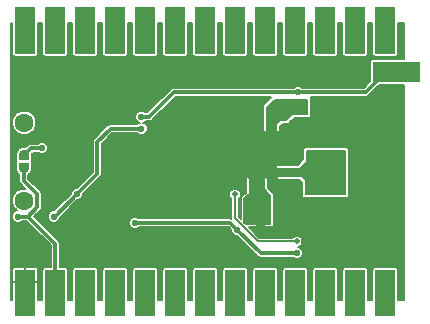
<source format=gbl>
G04 #@! TF.FileFunction,Copper,L2,Bot,Signal*
%FSLAX46Y46*%
G04 Gerber Fmt 4.6, Leading zero omitted, Abs format (unit mm)*
G04 Created by KiCad (PCBNEW 4.0.1-3.201512221401+6198~38~ubuntu15.10.1-stable) date Mon Jan 18 21:51:54 2016*
%MOMM*%
G01*
G04 APERTURE LIST*
%ADD10C,0.100000*%
%ADD11C,1.600000*%
%ADD12R,2.032000X1.727200*%
%ADD13C,0.900000*%
%ADD14R,0.900000X0.400000*%
%ADD15R,1.727200X2.032000*%
%ADD16C,0.584200*%
%ADD17C,0.508000*%
%ADD18C,0.304800*%
%ADD19C,0.152400*%
G04 APERTURE END LIST*
D10*
D11*
X1447800Y15365000D03*
X1447800Y8765000D03*
D12*
X32004000Y19685000D03*
X33909000Y19685000D03*
D13*
X1397000Y11515000D03*
D14*
X1397000Y12365000D03*
X1397000Y11765000D03*
D13*
X1397000Y12615000D03*
D15*
X32004000Y0D03*
X29464000Y0D03*
X26924000Y0D03*
X24384000Y0D03*
X21844000Y0D03*
X19304000Y0D03*
X16764000Y0D03*
X14224000Y0D03*
X11684000Y0D03*
X9144000Y0D03*
X6604000Y0D03*
X4064000Y0D03*
X1524000Y0D03*
X1524000Y1905000D03*
X4064000Y1905000D03*
X6604000Y1905000D03*
X9144000Y1905000D03*
X11684000Y1905000D03*
X14224000Y1905000D03*
X16764000Y1905000D03*
X19304000Y1905000D03*
X21844000Y1905000D03*
X24384000Y1905000D03*
X26924000Y1905000D03*
X29464000Y1905000D03*
X32004000Y1905000D03*
X1524000Y24130000D03*
X4064000Y24130000D03*
X6604000Y24130000D03*
X9144000Y24130000D03*
X11684000Y24130000D03*
X14224000Y24130000D03*
X16764000Y24130000D03*
X19304000Y24130000D03*
X21844000Y24130000D03*
X24384000Y24130000D03*
X26924000Y24130000D03*
X29464000Y24130000D03*
X32004000Y24130000D03*
X32004000Y22225000D03*
X29464000Y22225000D03*
X26924000Y22225000D03*
X24384000Y22225000D03*
X21844000Y22225000D03*
X19304000Y22225000D03*
X16764000Y22225000D03*
X14224000Y22225000D03*
X11684000Y22225000D03*
X9144000Y22225000D03*
X6604000Y22225000D03*
X4064000Y22225000D03*
X1524000Y22225000D03*
D16*
X14668500Y3835400D03*
X27118000Y4767000D03*
X24511000Y7167500D03*
X25844500Y11239500D03*
X26479500Y11239500D03*
X27114500Y11239500D03*
X22672000Y16510000D03*
X21717000Y11811000D03*
X21717000Y13536000D03*
X19992000Y13536000D03*
X19992000Y11811000D03*
D17*
X24511000Y5326000D03*
X19280244Y9294756D03*
D16*
X19494500Y6286500D03*
X24511000Y4326000D03*
X10795000Y6880860D03*
X11366500Y15867000D03*
X24638000Y17970500D03*
X3937000Y7421500D03*
X11366500Y14867000D03*
X5921500Y9334500D03*
X2921000Y13223800D03*
X889000Y7421500D03*
D18*
X27114500Y11239500D02*
X26479500Y11239500D01*
X1524000Y0D02*
X1524000Y1905000D01*
D19*
X19280244Y9294756D02*
X19280244Y7271394D01*
X19280244Y7271394D02*
X21225638Y5326000D01*
X21225638Y5326000D02*
X24008600Y5326000D01*
X24008600Y5326000D02*
X24511000Y5326000D01*
X11684000Y1905000D02*
X11684000Y0D01*
X16764000Y1905000D02*
X16764000Y0D01*
X19304000Y0D02*
X19304000Y1905000D01*
X19304000Y2057400D02*
X19304000Y1905000D01*
D18*
X24511000Y4326000D02*
X21455000Y4326000D01*
X21455000Y4326000D02*
X19494500Y6286500D01*
X10795000Y6880860D02*
X18900140Y6880860D01*
X18900140Y6880860D02*
X19494500Y6286500D01*
X6604000Y1905000D02*
X6604000Y0D01*
X11366500Y15867000D02*
X12021300Y15867000D01*
X12021300Y15867000D02*
X14124800Y17970500D01*
X14124800Y17970500D02*
X24224909Y17970500D01*
X24224909Y17970500D02*
X24638000Y17970500D01*
X32004000Y19685000D02*
X33909000Y19685000D01*
X24638000Y17970500D02*
X30353000Y17970500D01*
X30353000Y17970500D02*
X32004000Y19621500D01*
X32004000Y19621500D02*
X32004000Y19685000D01*
X3937000Y7421500D02*
X4008500Y7421500D01*
X4008500Y7421500D02*
X5921500Y9334500D01*
X7620000Y13741400D02*
X8745600Y14867000D01*
X8745600Y14867000D02*
X11366500Y14867000D01*
X7620000Y11033000D02*
X7620000Y13741400D01*
X5921500Y9334500D02*
X7620000Y11033000D01*
X2921000Y13223800D02*
X2005800Y13223800D01*
X2005800Y13223800D02*
X1397000Y12615000D01*
X1778000Y7429500D02*
X4064000Y5143500D01*
X4064000Y5143500D02*
X4064000Y4296500D01*
X1747406Y7429500D02*
X1778000Y7429500D01*
X4064000Y1905000D02*
X4064000Y4296500D01*
X939000Y7421500D02*
X889000Y7421500D01*
X1747406Y7429500D02*
X897000Y7429500D01*
X897000Y7429500D02*
X889000Y7421500D01*
X1397000Y11515000D02*
X1397000Y10450906D01*
X1397000Y10450906D02*
X2552601Y9295305D01*
X2552601Y9295305D02*
X2552601Y8234695D01*
X2552601Y8234695D02*
X1747406Y7429500D01*
X4064000Y0D02*
X4064000Y1905000D01*
D19*
X21844000Y0D02*
X21844000Y1905000D01*
X24384000Y0D02*
X24384000Y1905000D01*
X26924000Y0D02*
X26924000Y1905000D01*
X29464000Y0D02*
X29464000Y1905000D01*
X32004000Y0D02*
X32004000Y1905000D01*
X32004000Y22225000D02*
X32004000Y24130000D01*
X14224000Y0D02*
X14224000Y1905000D01*
X14224000Y2057400D02*
X14224000Y1905000D01*
X29464000Y22225000D02*
X29464000Y24130000D01*
X26924000Y22225000D02*
X26924000Y24130000D01*
X24384000Y22225000D02*
X24384000Y24130000D01*
X21844000Y22225000D02*
X21844000Y24130000D01*
X19304000Y22225000D02*
X19304000Y24130000D01*
X16764000Y22225000D02*
X16764000Y24130000D01*
X14224000Y22225000D02*
X14224000Y24130000D01*
X11684000Y22225000D02*
X11684000Y24130000D01*
X9144000Y22225000D02*
X9144000Y24130000D01*
X6604000Y22225000D02*
X6604000Y24130000D01*
X4064000Y22225000D02*
X4064000Y24130000D01*
X1524000Y22225000D02*
X1524000Y24130000D01*
X9144000Y1905000D02*
X9144000Y0D01*
X9144000Y1905000D02*
X9144000Y2057400D01*
G36*
X427322Y21209000D02*
X443262Y21124286D01*
X493328Y21046482D01*
X569720Y20994285D01*
X660400Y20975922D01*
X2387600Y20975922D01*
X2472314Y20991862D01*
X2550118Y21041928D01*
X2602315Y21118320D01*
X2620678Y21209000D01*
X2620678Y23799800D01*
X2967322Y23799800D01*
X2967322Y21209000D01*
X2983262Y21124286D01*
X3033328Y21046482D01*
X3109720Y20994285D01*
X3200400Y20975922D01*
X4927600Y20975922D01*
X5012314Y20991862D01*
X5090118Y21041928D01*
X5142315Y21118320D01*
X5160678Y21209000D01*
X5160678Y23799800D01*
X5507322Y23799800D01*
X5507322Y21209000D01*
X5523262Y21124286D01*
X5573328Y21046482D01*
X5649720Y20994285D01*
X5740400Y20975922D01*
X7467600Y20975922D01*
X7552314Y20991862D01*
X7630118Y21041928D01*
X7682315Y21118320D01*
X7700678Y21209000D01*
X7700678Y23799800D01*
X8047322Y23799800D01*
X8047322Y21209000D01*
X8063262Y21124286D01*
X8113328Y21046482D01*
X8189720Y20994285D01*
X8280400Y20975922D01*
X10007600Y20975922D01*
X10092314Y20991862D01*
X10170118Y21041928D01*
X10222315Y21118320D01*
X10240678Y21209000D01*
X10240678Y23799800D01*
X10587322Y23799800D01*
X10587322Y21209000D01*
X10603262Y21124286D01*
X10653328Y21046482D01*
X10729720Y20994285D01*
X10820400Y20975922D01*
X12547600Y20975922D01*
X12632314Y20991862D01*
X12710118Y21041928D01*
X12762315Y21118320D01*
X12780678Y21209000D01*
X12780678Y23799800D01*
X13127322Y23799800D01*
X13127322Y21209000D01*
X13143262Y21124286D01*
X13193328Y21046482D01*
X13269720Y20994285D01*
X13360400Y20975922D01*
X15087600Y20975922D01*
X15172314Y20991862D01*
X15250118Y21041928D01*
X15302315Y21118320D01*
X15320678Y21209000D01*
X15320678Y23799800D01*
X15667322Y23799800D01*
X15667322Y21209000D01*
X15683262Y21124286D01*
X15733328Y21046482D01*
X15809720Y20994285D01*
X15900400Y20975922D01*
X17627600Y20975922D01*
X17712314Y20991862D01*
X17790118Y21041928D01*
X17842315Y21118320D01*
X17860678Y21209000D01*
X17860678Y23799800D01*
X18207322Y23799800D01*
X18207322Y21209000D01*
X18223262Y21124286D01*
X18273328Y21046482D01*
X18349720Y20994285D01*
X18440400Y20975922D01*
X20167600Y20975922D01*
X20252314Y20991862D01*
X20330118Y21041928D01*
X20382315Y21118320D01*
X20400678Y21209000D01*
X20400678Y23799800D01*
X20747322Y23799800D01*
X20747322Y21209000D01*
X20763262Y21124286D01*
X20813328Y21046482D01*
X20889720Y20994285D01*
X20980400Y20975922D01*
X22707600Y20975922D01*
X22792314Y20991862D01*
X22870118Y21041928D01*
X22922315Y21118320D01*
X22940678Y21209000D01*
X22940678Y23799800D01*
X23287322Y23799800D01*
X23287322Y21209000D01*
X23303262Y21124286D01*
X23353328Y21046482D01*
X23429720Y20994285D01*
X23520400Y20975922D01*
X25247600Y20975922D01*
X25332314Y20991862D01*
X25410118Y21041928D01*
X25462315Y21118320D01*
X25480678Y21209000D01*
X25480678Y23799800D01*
X25827322Y23799800D01*
X25827322Y21209000D01*
X25843262Y21124286D01*
X25893328Y21046482D01*
X25969720Y20994285D01*
X26060400Y20975922D01*
X27787600Y20975922D01*
X27872314Y20991862D01*
X27950118Y21041928D01*
X28002315Y21118320D01*
X28020678Y21209000D01*
X28020678Y23799800D01*
X28367322Y23799800D01*
X28367322Y21209000D01*
X28383262Y21124286D01*
X28433328Y21046482D01*
X28509720Y20994285D01*
X28600400Y20975922D01*
X30327600Y20975922D01*
X30412314Y20991862D01*
X30490118Y21041928D01*
X30542315Y21118320D01*
X30560678Y21209000D01*
X30560678Y23799800D01*
X30907322Y23799800D01*
X30907322Y21209000D01*
X30923262Y21124286D01*
X30973328Y21046482D01*
X31049720Y20994285D01*
X31140400Y20975922D01*
X32867600Y20975922D01*
X32952314Y20991862D01*
X33030118Y21041928D01*
X33082315Y21118320D01*
X33100678Y21209000D01*
X33100678Y23799800D01*
X33573433Y23799800D01*
X33573433Y20781678D01*
X30988000Y20781678D01*
X30903286Y20765738D01*
X30825482Y20715672D01*
X30773285Y20639280D01*
X30754922Y20548600D01*
X30754922Y18911238D01*
X30195184Y18351500D01*
X24993403Y18351500D01*
X24933338Y18411670D01*
X24742028Y18491109D01*
X24534881Y18491290D01*
X24343433Y18412185D01*
X24282642Y18351500D01*
X14124800Y18351500D01*
X13978997Y18322498D01*
X13855392Y18239908D01*
X11863484Y16248000D01*
X11721903Y16248000D01*
X11661838Y16308170D01*
X11470528Y16387609D01*
X11263381Y16387790D01*
X11071933Y16308685D01*
X10925330Y16162338D01*
X10845891Y15971028D01*
X10845710Y15763881D01*
X10924815Y15572433D01*
X11071162Y15425830D01*
X11212953Y15366953D01*
X11071933Y15308685D01*
X11011142Y15248000D01*
X8745605Y15248000D01*
X8745600Y15248001D01*
X8599798Y15218998D01*
X8476192Y15136408D01*
X7350592Y14010808D01*
X7268002Y13887203D01*
X7268002Y13887202D01*
X7239000Y13741400D01*
X7239000Y11190815D01*
X5903400Y9855216D01*
X5818381Y9855290D01*
X5626933Y9776185D01*
X5480330Y9629838D01*
X5400891Y9438528D01*
X5400816Y9352631D01*
X3990337Y7942153D01*
X3833881Y7942290D01*
X3642433Y7863185D01*
X3495830Y7716838D01*
X3416391Y7525528D01*
X3416210Y7318381D01*
X3495315Y7126933D01*
X3641662Y6980330D01*
X3832972Y6900891D01*
X4040119Y6900710D01*
X4231567Y6979815D01*
X4378170Y7126162D01*
X4457609Y7317472D01*
X4457622Y7331806D01*
X5939599Y8813784D01*
X6024619Y8813710D01*
X6216067Y8892815D01*
X6362670Y9039162D01*
X6442109Y9230472D01*
X6442184Y9316368D01*
X7889405Y10763590D01*
X7889408Y10763592D01*
X7971998Y10887198D01*
X7982377Y10939375D01*
X8001001Y11033000D01*
X8001000Y11033005D01*
X8001000Y11747500D01*
X22783800Y11747500D01*
X22783800Y11557000D01*
X22789011Y11529305D01*
X22805379Y11503868D01*
X22830354Y11486803D01*
X22860000Y11480800D01*
X24828500Y11480800D01*
X24857173Y11486401D01*
X24882382Y11503118D01*
X25390382Y12011118D01*
X25406697Y12035354D01*
X25412700Y12065000D01*
X25412700Y12941300D01*
X28562300Y12941300D01*
X28562300Y9347200D01*
X25285700Y9347200D01*
X25285700Y10477500D01*
X25280099Y10506173D01*
X25263382Y10531382D01*
X24945882Y10848882D01*
X24921646Y10865197D01*
X24892000Y10871200D01*
X22923500Y10871200D01*
X22895805Y10865989D01*
X22870368Y10849621D01*
X22853303Y10824646D01*
X22847300Y10795000D01*
X22847300Y10604500D01*
X22852511Y10576805D01*
X22868879Y10551368D01*
X22893854Y10534303D01*
X22923500Y10528300D01*
X24669936Y10528300D01*
X24942800Y10255436D01*
X24942800Y9080500D01*
X24948011Y9052805D01*
X24964379Y9027368D01*
X24989354Y9010303D01*
X25019000Y9004300D01*
X28829000Y9004300D01*
X28856695Y9009511D01*
X28882132Y9025879D01*
X28899197Y9050854D01*
X28905200Y9080500D01*
X28905200Y13208000D01*
X28899989Y13235695D01*
X28883621Y13261132D01*
X28858646Y13278197D01*
X28829000Y13284200D01*
X25146000Y13284200D01*
X25118305Y13278989D01*
X25092868Y13262621D01*
X25075803Y13237646D01*
X25069800Y13208000D01*
X25069800Y12287064D01*
X24606436Y11823700D01*
X22860000Y11823700D01*
X22832305Y11818489D01*
X22806868Y11802121D01*
X22789803Y11777146D01*
X22783800Y11747500D01*
X8001000Y11747500D01*
X8001000Y13583584D01*
X8903416Y14486000D01*
X11011097Y14486000D01*
X11071162Y14425830D01*
X11262472Y14346391D01*
X11469619Y14346210D01*
X11661067Y14425315D01*
X11807670Y14571662D01*
X11887109Y14762972D01*
X11887290Y14970119D01*
X11808185Y15161567D01*
X11661838Y15308170D01*
X11520047Y15367047D01*
X11661067Y15425315D01*
X11721858Y15486000D01*
X12021300Y15486000D01*
X12167103Y15515002D01*
X12290708Y15597592D01*
X14282616Y17589500D01*
X22371236Y17589500D01*
X21663118Y16881382D01*
X21646803Y16857146D01*
X21640800Y16827500D01*
X21640800Y14668500D01*
X21646011Y14640805D01*
X21662379Y14615368D01*
X21687354Y14598303D01*
X21717000Y14592300D01*
X21907500Y14592300D01*
X21935195Y14597511D01*
X21960632Y14613879D01*
X21977697Y14638854D01*
X21983700Y14668500D01*
X21983700Y16605436D01*
X22701064Y17322800D01*
X25387300Y17322800D01*
X25387300Y16141700D01*
X24130000Y16141700D01*
X24101327Y16136099D01*
X24076118Y16119382D01*
X23590436Y15633700D01*
X23114000Y15633700D01*
X23085327Y15628099D01*
X23060118Y15611382D01*
X22742618Y15293882D01*
X22726303Y15269646D01*
X22720300Y15240000D01*
X22720300Y14668500D01*
X22725511Y14640805D01*
X22741879Y14615368D01*
X22766854Y14598303D01*
X22796500Y14592300D01*
X22987000Y14592300D01*
X23014695Y14597511D01*
X23040132Y14613879D01*
X23057197Y14638854D01*
X23063200Y14668500D01*
X23063200Y15017936D01*
X23336064Y15290800D01*
X23812500Y15290800D01*
X23841173Y15296401D01*
X23866382Y15313118D01*
X24352064Y15798800D01*
X25654000Y15798800D01*
X25681695Y15804011D01*
X25707132Y15820379D01*
X25724197Y15845354D01*
X25730200Y15875000D01*
X25730200Y17589500D01*
X30353000Y17589500D01*
X30498803Y17618502D01*
X30622408Y17701092D01*
X31509637Y18588322D01*
X33573433Y18588322D01*
X33573433Y330200D01*
X33100678Y330200D01*
X33100678Y2921000D01*
X33084738Y3005714D01*
X33034672Y3083518D01*
X32958280Y3135715D01*
X32867600Y3154078D01*
X31140400Y3154078D01*
X31055686Y3138138D01*
X30977882Y3088072D01*
X30925685Y3011680D01*
X30907322Y2921000D01*
X30907322Y330200D01*
X30560678Y330200D01*
X30560678Y2921000D01*
X30544738Y3005714D01*
X30494672Y3083518D01*
X30418280Y3135715D01*
X30327600Y3154078D01*
X28600400Y3154078D01*
X28515686Y3138138D01*
X28437882Y3088072D01*
X28385685Y3011680D01*
X28367322Y2921000D01*
X28367322Y330200D01*
X28020678Y330200D01*
X28020678Y2921000D01*
X28004738Y3005714D01*
X27954672Y3083518D01*
X27878280Y3135715D01*
X27787600Y3154078D01*
X26060400Y3154078D01*
X25975686Y3138138D01*
X25897882Y3088072D01*
X25845685Y3011680D01*
X25827322Y2921000D01*
X25827322Y330200D01*
X25480678Y330200D01*
X25480678Y2921000D01*
X25464738Y3005714D01*
X25414672Y3083518D01*
X25338280Y3135715D01*
X25247600Y3154078D01*
X23520400Y3154078D01*
X23435686Y3138138D01*
X23357882Y3088072D01*
X23305685Y3011680D01*
X23287322Y2921000D01*
X23287322Y330200D01*
X22940678Y330200D01*
X22940678Y2921000D01*
X22924738Y3005714D01*
X22874672Y3083518D01*
X22798280Y3135715D01*
X22707600Y3154078D01*
X20980400Y3154078D01*
X20895686Y3138138D01*
X20817882Y3088072D01*
X20765685Y3011680D01*
X20747322Y2921000D01*
X20747322Y330200D01*
X20400678Y330200D01*
X20400678Y2921000D01*
X20384738Y3005714D01*
X20334672Y3083518D01*
X20258280Y3135715D01*
X20167600Y3154078D01*
X18440400Y3154078D01*
X18355686Y3138138D01*
X18277882Y3088072D01*
X18225685Y3011680D01*
X18207322Y2921000D01*
X18207322Y330200D01*
X17860678Y330200D01*
X17860678Y2921000D01*
X17844738Y3005714D01*
X17794672Y3083518D01*
X17718280Y3135715D01*
X17627600Y3154078D01*
X15900400Y3154078D01*
X15815686Y3138138D01*
X15737882Y3088072D01*
X15685685Y3011680D01*
X15667322Y2921000D01*
X15667322Y330200D01*
X15320678Y330200D01*
X15320678Y2921000D01*
X15304738Y3005714D01*
X15254672Y3083518D01*
X15178280Y3135715D01*
X15087600Y3154078D01*
X13360400Y3154078D01*
X13275686Y3138138D01*
X13197882Y3088072D01*
X13145685Y3011680D01*
X13127322Y2921000D01*
X13127322Y330200D01*
X12780678Y330200D01*
X12780678Y2921000D01*
X12764738Y3005714D01*
X12714672Y3083518D01*
X12638280Y3135715D01*
X12547600Y3154078D01*
X10820400Y3154078D01*
X10735686Y3138138D01*
X10657882Y3088072D01*
X10605685Y3011680D01*
X10587322Y2921000D01*
X10587322Y330200D01*
X10240678Y330200D01*
X10240678Y2921000D01*
X10224738Y3005714D01*
X10174672Y3083518D01*
X10098280Y3135715D01*
X10007600Y3154078D01*
X8280400Y3154078D01*
X8195686Y3138138D01*
X8117882Y3088072D01*
X8065685Y3011680D01*
X8047322Y2921000D01*
X8047322Y330200D01*
X7700678Y330200D01*
X7700678Y2921000D01*
X7684738Y3005714D01*
X7634672Y3083518D01*
X7558280Y3135715D01*
X7467600Y3154078D01*
X5740400Y3154078D01*
X5655686Y3138138D01*
X5577882Y3088072D01*
X5525685Y3011680D01*
X5507322Y2921000D01*
X5507322Y330200D01*
X5160678Y330200D01*
X5160678Y2921000D01*
X5144738Y3005714D01*
X5094672Y3083518D01*
X5018280Y3135715D01*
X4927600Y3154078D01*
X4445000Y3154078D01*
X4445000Y5143500D01*
X4415998Y5289302D01*
X4415998Y5289303D01*
X4333408Y5412908D01*
X2968575Y6777741D01*
X10274210Y6777741D01*
X10353315Y6586293D01*
X10499662Y6439690D01*
X10690972Y6360251D01*
X10898119Y6360070D01*
X11089567Y6439175D01*
X11150358Y6499860D01*
X18742324Y6499860D01*
X18973784Y6268400D01*
X18973710Y6183381D01*
X19052815Y5991933D01*
X19199162Y5845330D01*
X19390472Y5765891D01*
X19476368Y5765816D01*
X21185590Y4056595D01*
X21185592Y4056592D01*
X21309198Y3974002D01*
X21455000Y3944999D01*
X21455005Y3945000D01*
X24155597Y3945000D01*
X24215662Y3884830D01*
X24406972Y3805391D01*
X24614119Y3805210D01*
X24805567Y3884315D01*
X24952170Y4030662D01*
X25031609Y4221972D01*
X25031790Y4429119D01*
X24952685Y4620567D01*
X24806338Y4767170D01*
X24615028Y4846609D01*
X24614545Y4846609D01*
X24784014Y4916633D01*
X24919890Y5052272D01*
X24993516Y5229584D01*
X24993684Y5421574D01*
X24920367Y5599014D01*
X24784728Y5734890D01*
X24607416Y5808516D01*
X24415426Y5808684D01*
X24237986Y5735367D01*
X24133236Y5630800D01*
X21351890Y5630800D01*
X20454890Y6527800D01*
X21082000Y6527800D01*
X21109695Y6533011D01*
X21135132Y6549379D01*
X21152197Y6574354D01*
X21158200Y6604000D01*
X21158200Y6731000D01*
X21152989Y6758695D01*
X21136621Y6784132D01*
X21111646Y6801197D01*
X21082000Y6807200D01*
X20175490Y6807200D01*
X20078700Y6903990D01*
X20078700Y8921936D01*
X20500882Y9344118D01*
X20517197Y9368354D01*
X20523200Y9398000D01*
X20523200Y10668000D01*
X21704300Y10668000D01*
X21704300Y9779000D01*
X21709901Y9750327D01*
X21726618Y9725118D01*
X22275800Y9175936D01*
X22275800Y6807200D01*
X21844000Y6807200D01*
X21816305Y6801989D01*
X21790868Y6785621D01*
X21773803Y6760646D01*
X21767800Y6731000D01*
X21767800Y6604000D01*
X21773011Y6576305D01*
X21789379Y6550868D01*
X21814354Y6533803D01*
X21844000Y6527800D01*
X22479000Y6527800D01*
X22506695Y6533011D01*
X22532132Y6549379D01*
X22549197Y6574354D01*
X22555200Y6604000D01*
X22555200Y9334500D01*
X22549599Y9363173D01*
X22532882Y9388382D01*
X22047200Y9874064D01*
X22047200Y10668000D01*
X22041989Y10695695D01*
X22025621Y10721132D01*
X22000646Y10738197D01*
X21971000Y10744200D01*
X21780500Y10744200D01*
X21752805Y10738989D01*
X21727368Y10722621D01*
X21710303Y10697646D01*
X21704300Y10668000D01*
X20523200Y10668000D01*
X20517989Y10695695D01*
X20501621Y10721132D01*
X20476646Y10738197D01*
X20447000Y10744200D01*
X20256500Y10744200D01*
X20228805Y10738989D01*
X20203368Y10722621D01*
X20186303Y10697646D01*
X20180300Y10668000D01*
X20180300Y9429564D01*
X19821618Y9070882D01*
X19805303Y9046646D01*
X19799300Y9017000D01*
X19799300Y7183390D01*
X19585044Y7397646D01*
X19585044Y8917120D01*
X19689134Y9021028D01*
X19762760Y9198340D01*
X19762928Y9390330D01*
X19689611Y9567770D01*
X19553972Y9703646D01*
X19376660Y9777272D01*
X19184670Y9777440D01*
X19007230Y9704123D01*
X18871354Y9568484D01*
X18797728Y9391172D01*
X18797560Y9199182D01*
X18870877Y9021742D01*
X18975444Y8916992D01*
X18975444Y7271394D01*
X18980521Y7245871D01*
X18900140Y7261860D01*
X11150403Y7261860D01*
X11090338Y7322030D01*
X10899028Y7401469D01*
X10691881Y7401650D01*
X10500433Y7322545D01*
X10353830Y7176198D01*
X10274391Y6984888D01*
X10274210Y6777741D01*
X2968575Y6777741D01*
X2301519Y7444797D01*
X2822006Y7965285D01*
X2822009Y7965287D01*
X2904599Y8088893D01*
X2923037Y8181584D01*
X2933602Y8234695D01*
X2933601Y8234700D01*
X2933601Y9295300D01*
X2933602Y9295305D01*
X2904599Y9441107D01*
X2858378Y9510282D01*
X2822009Y9564713D01*
X2822006Y9564715D01*
X1778000Y10608722D01*
X1778000Y10938179D01*
X1780894Y10939375D01*
X1971954Y11130102D01*
X2075482Y11379426D01*
X2075625Y11543010D01*
X2080078Y11565000D01*
X2080078Y11965000D01*
X2064138Y12049714D01*
X2054809Y12064212D01*
X2061715Y12074320D01*
X2080078Y12165000D01*
X2080078Y12565000D01*
X2075578Y12588917D01*
X2075718Y12749390D01*
X2074106Y12753290D01*
X2163616Y12842800D01*
X2565597Y12842800D01*
X2625662Y12782630D01*
X2816972Y12703191D01*
X3024119Y12703010D01*
X3215567Y12782115D01*
X3362170Y12928462D01*
X3441609Y13119772D01*
X3441790Y13326919D01*
X3362685Y13518367D01*
X3216338Y13664970D01*
X3025028Y13744409D01*
X2817881Y13744590D01*
X2626433Y13665485D01*
X2565642Y13604800D01*
X2005800Y13604800D01*
X1859997Y13575798D01*
X1736392Y13493208D01*
X1535465Y13292281D01*
X1532574Y13293482D01*
X1262610Y13293718D01*
X1013106Y13190625D01*
X822046Y12999898D01*
X718518Y12750574D01*
X718375Y12586990D01*
X713922Y12565000D01*
X713922Y12165000D01*
X729862Y12080286D01*
X739191Y12065788D01*
X732285Y12055680D01*
X713922Y11965000D01*
X713922Y11565000D01*
X718422Y11541083D01*
X718282Y11380610D01*
X821375Y11131106D01*
X1012102Y10940046D01*
X1016000Y10938427D01*
X1016000Y10450906D01*
X1045002Y10305103D01*
X1127592Y10181498D01*
X1515549Y9793541D01*
X1244097Y9793778D01*
X865906Y9637513D01*
X576304Y9348416D01*
X419379Y8970499D01*
X419022Y8561297D01*
X575287Y8183106D01*
X815709Y7942264D01*
X785881Y7942290D01*
X594433Y7863185D01*
X447830Y7716838D01*
X368391Y7525528D01*
X368210Y7318381D01*
X447315Y7126933D01*
X593662Y6980330D01*
X784972Y6900891D01*
X992119Y6900710D01*
X1183567Y6979815D01*
X1252372Y7048500D01*
X1620184Y7048500D01*
X3683000Y4985684D01*
X3683000Y3154078D01*
X3200400Y3154078D01*
X3115686Y3138138D01*
X3037882Y3088072D01*
X2985685Y3011680D01*
X2967322Y2921000D01*
X2967322Y330200D01*
X2616200Y330200D01*
X2616200Y1835150D01*
X2559050Y1892300D01*
X1536700Y1892300D01*
X1536700Y330200D01*
X1511300Y330200D01*
X1511300Y1892300D01*
X488950Y1892300D01*
X431800Y1835150D01*
X431800Y330200D01*
X330200Y330200D01*
X330200Y2966471D01*
X431800Y2966471D01*
X431800Y1974850D01*
X488950Y1917700D01*
X1511300Y1917700D01*
X1511300Y3092450D01*
X1536700Y3092450D01*
X1536700Y1917700D01*
X2559050Y1917700D01*
X2616200Y1974850D01*
X2616200Y2966471D01*
X2581398Y3050491D01*
X2517092Y3114797D01*
X2433072Y3149600D01*
X1593850Y3149600D01*
X1536700Y3092450D01*
X1511300Y3092450D01*
X1454150Y3149600D01*
X614928Y3149600D01*
X530908Y3114797D01*
X466602Y3050491D01*
X431800Y2966471D01*
X330200Y2966471D01*
X330200Y15161297D01*
X419022Y15161297D01*
X575287Y14783106D01*
X864384Y14493504D01*
X1242301Y14336579D01*
X1651503Y14336222D01*
X2029694Y14492487D01*
X2319296Y14781584D01*
X2476221Y15159501D01*
X2476578Y15568703D01*
X2320313Y15946894D01*
X2031216Y16236496D01*
X1653299Y16393421D01*
X1244097Y16393778D01*
X865906Y16237513D01*
X576304Y15948416D01*
X419379Y15570499D01*
X419022Y15161297D01*
X330200Y15161297D01*
X330200Y23799800D01*
X427322Y23799800D01*
X427322Y21209000D01*
X427322Y21209000D01*
G37*
X427322Y21209000D02*
X443262Y21124286D01*
X493328Y21046482D01*
X569720Y20994285D01*
X660400Y20975922D01*
X2387600Y20975922D01*
X2472314Y20991862D01*
X2550118Y21041928D01*
X2602315Y21118320D01*
X2620678Y21209000D01*
X2620678Y23799800D01*
X2967322Y23799800D01*
X2967322Y21209000D01*
X2983262Y21124286D01*
X3033328Y21046482D01*
X3109720Y20994285D01*
X3200400Y20975922D01*
X4927600Y20975922D01*
X5012314Y20991862D01*
X5090118Y21041928D01*
X5142315Y21118320D01*
X5160678Y21209000D01*
X5160678Y23799800D01*
X5507322Y23799800D01*
X5507322Y21209000D01*
X5523262Y21124286D01*
X5573328Y21046482D01*
X5649720Y20994285D01*
X5740400Y20975922D01*
X7467600Y20975922D01*
X7552314Y20991862D01*
X7630118Y21041928D01*
X7682315Y21118320D01*
X7700678Y21209000D01*
X7700678Y23799800D01*
X8047322Y23799800D01*
X8047322Y21209000D01*
X8063262Y21124286D01*
X8113328Y21046482D01*
X8189720Y20994285D01*
X8280400Y20975922D01*
X10007600Y20975922D01*
X10092314Y20991862D01*
X10170118Y21041928D01*
X10222315Y21118320D01*
X10240678Y21209000D01*
X10240678Y23799800D01*
X10587322Y23799800D01*
X10587322Y21209000D01*
X10603262Y21124286D01*
X10653328Y21046482D01*
X10729720Y20994285D01*
X10820400Y20975922D01*
X12547600Y20975922D01*
X12632314Y20991862D01*
X12710118Y21041928D01*
X12762315Y21118320D01*
X12780678Y21209000D01*
X12780678Y23799800D01*
X13127322Y23799800D01*
X13127322Y21209000D01*
X13143262Y21124286D01*
X13193328Y21046482D01*
X13269720Y20994285D01*
X13360400Y20975922D01*
X15087600Y20975922D01*
X15172314Y20991862D01*
X15250118Y21041928D01*
X15302315Y21118320D01*
X15320678Y21209000D01*
X15320678Y23799800D01*
X15667322Y23799800D01*
X15667322Y21209000D01*
X15683262Y21124286D01*
X15733328Y21046482D01*
X15809720Y20994285D01*
X15900400Y20975922D01*
X17627600Y20975922D01*
X17712314Y20991862D01*
X17790118Y21041928D01*
X17842315Y21118320D01*
X17860678Y21209000D01*
X17860678Y23799800D01*
X18207322Y23799800D01*
X18207322Y21209000D01*
X18223262Y21124286D01*
X18273328Y21046482D01*
X18349720Y20994285D01*
X18440400Y20975922D01*
X20167600Y20975922D01*
X20252314Y20991862D01*
X20330118Y21041928D01*
X20382315Y21118320D01*
X20400678Y21209000D01*
X20400678Y23799800D01*
X20747322Y23799800D01*
X20747322Y21209000D01*
X20763262Y21124286D01*
X20813328Y21046482D01*
X20889720Y20994285D01*
X20980400Y20975922D01*
X22707600Y20975922D01*
X22792314Y20991862D01*
X22870118Y21041928D01*
X22922315Y21118320D01*
X22940678Y21209000D01*
X22940678Y23799800D01*
X23287322Y23799800D01*
X23287322Y21209000D01*
X23303262Y21124286D01*
X23353328Y21046482D01*
X23429720Y20994285D01*
X23520400Y20975922D01*
X25247600Y20975922D01*
X25332314Y20991862D01*
X25410118Y21041928D01*
X25462315Y21118320D01*
X25480678Y21209000D01*
X25480678Y23799800D01*
X25827322Y23799800D01*
X25827322Y21209000D01*
X25843262Y21124286D01*
X25893328Y21046482D01*
X25969720Y20994285D01*
X26060400Y20975922D01*
X27787600Y20975922D01*
X27872314Y20991862D01*
X27950118Y21041928D01*
X28002315Y21118320D01*
X28020678Y21209000D01*
X28020678Y23799800D01*
X28367322Y23799800D01*
X28367322Y21209000D01*
X28383262Y21124286D01*
X28433328Y21046482D01*
X28509720Y20994285D01*
X28600400Y20975922D01*
X30327600Y20975922D01*
X30412314Y20991862D01*
X30490118Y21041928D01*
X30542315Y21118320D01*
X30560678Y21209000D01*
X30560678Y23799800D01*
X30907322Y23799800D01*
X30907322Y21209000D01*
X30923262Y21124286D01*
X30973328Y21046482D01*
X31049720Y20994285D01*
X31140400Y20975922D01*
X32867600Y20975922D01*
X32952314Y20991862D01*
X33030118Y21041928D01*
X33082315Y21118320D01*
X33100678Y21209000D01*
X33100678Y23799800D01*
X33573433Y23799800D01*
X33573433Y20781678D01*
X30988000Y20781678D01*
X30903286Y20765738D01*
X30825482Y20715672D01*
X30773285Y20639280D01*
X30754922Y20548600D01*
X30754922Y18911238D01*
X30195184Y18351500D01*
X24993403Y18351500D01*
X24933338Y18411670D01*
X24742028Y18491109D01*
X24534881Y18491290D01*
X24343433Y18412185D01*
X24282642Y18351500D01*
X14124800Y18351500D01*
X13978997Y18322498D01*
X13855392Y18239908D01*
X11863484Y16248000D01*
X11721903Y16248000D01*
X11661838Y16308170D01*
X11470528Y16387609D01*
X11263381Y16387790D01*
X11071933Y16308685D01*
X10925330Y16162338D01*
X10845891Y15971028D01*
X10845710Y15763881D01*
X10924815Y15572433D01*
X11071162Y15425830D01*
X11212953Y15366953D01*
X11071933Y15308685D01*
X11011142Y15248000D01*
X8745605Y15248000D01*
X8745600Y15248001D01*
X8599798Y15218998D01*
X8476192Y15136408D01*
X7350592Y14010808D01*
X7268002Y13887203D01*
X7268002Y13887202D01*
X7239000Y13741400D01*
X7239000Y11190815D01*
X5903400Y9855216D01*
X5818381Y9855290D01*
X5626933Y9776185D01*
X5480330Y9629838D01*
X5400891Y9438528D01*
X5400816Y9352631D01*
X3990337Y7942153D01*
X3833881Y7942290D01*
X3642433Y7863185D01*
X3495830Y7716838D01*
X3416391Y7525528D01*
X3416210Y7318381D01*
X3495315Y7126933D01*
X3641662Y6980330D01*
X3832972Y6900891D01*
X4040119Y6900710D01*
X4231567Y6979815D01*
X4378170Y7126162D01*
X4457609Y7317472D01*
X4457622Y7331806D01*
X5939599Y8813784D01*
X6024619Y8813710D01*
X6216067Y8892815D01*
X6362670Y9039162D01*
X6442109Y9230472D01*
X6442184Y9316368D01*
X7889405Y10763590D01*
X7889408Y10763592D01*
X7971998Y10887198D01*
X7982377Y10939375D01*
X8001001Y11033000D01*
X8001000Y11033005D01*
X8001000Y11747500D01*
X22783800Y11747500D01*
X22783800Y11557000D01*
X22789011Y11529305D01*
X22805379Y11503868D01*
X22830354Y11486803D01*
X22860000Y11480800D01*
X24828500Y11480800D01*
X24857173Y11486401D01*
X24882382Y11503118D01*
X25390382Y12011118D01*
X25406697Y12035354D01*
X25412700Y12065000D01*
X25412700Y12941300D01*
X28562300Y12941300D01*
X28562300Y9347200D01*
X25285700Y9347200D01*
X25285700Y10477500D01*
X25280099Y10506173D01*
X25263382Y10531382D01*
X24945882Y10848882D01*
X24921646Y10865197D01*
X24892000Y10871200D01*
X22923500Y10871200D01*
X22895805Y10865989D01*
X22870368Y10849621D01*
X22853303Y10824646D01*
X22847300Y10795000D01*
X22847300Y10604500D01*
X22852511Y10576805D01*
X22868879Y10551368D01*
X22893854Y10534303D01*
X22923500Y10528300D01*
X24669936Y10528300D01*
X24942800Y10255436D01*
X24942800Y9080500D01*
X24948011Y9052805D01*
X24964379Y9027368D01*
X24989354Y9010303D01*
X25019000Y9004300D01*
X28829000Y9004300D01*
X28856695Y9009511D01*
X28882132Y9025879D01*
X28899197Y9050854D01*
X28905200Y9080500D01*
X28905200Y13208000D01*
X28899989Y13235695D01*
X28883621Y13261132D01*
X28858646Y13278197D01*
X28829000Y13284200D01*
X25146000Y13284200D01*
X25118305Y13278989D01*
X25092868Y13262621D01*
X25075803Y13237646D01*
X25069800Y13208000D01*
X25069800Y12287064D01*
X24606436Y11823700D01*
X22860000Y11823700D01*
X22832305Y11818489D01*
X22806868Y11802121D01*
X22789803Y11777146D01*
X22783800Y11747500D01*
X8001000Y11747500D01*
X8001000Y13583584D01*
X8903416Y14486000D01*
X11011097Y14486000D01*
X11071162Y14425830D01*
X11262472Y14346391D01*
X11469619Y14346210D01*
X11661067Y14425315D01*
X11807670Y14571662D01*
X11887109Y14762972D01*
X11887290Y14970119D01*
X11808185Y15161567D01*
X11661838Y15308170D01*
X11520047Y15367047D01*
X11661067Y15425315D01*
X11721858Y15486000D01*
X12021300Y15486000D01*
X12167103Y15515002D01*
X12290708Y15597592D01*
X14282616Y17589500D01*
X22371236Y17589500D01*
X21663118Y16881382D01*
X21646803Y16857146D01*
X21640800Y16827500D01*
X21640800Y14668500D01*
X21646011Y14640805D01*
X21662379Y14615368D01*
X21687354Y14598303D01*
X21717000Y14592300D01*
X21907500Y14592300D01*
X21935195Y14597511D01*
X21960632Y14613879D01*
X21977697Y14638854D01*
X21983700Y14668500D01*
X21983700Y16605436D01*
X22701064Y17322800D01*
X25387300Y17322800D01*
X25387300Y16141700D01*
X24130000Y16141700D01*
X24101327Y16136099D01*
X24076118Y16119382D01*
X23590436Y15633700D01*
X23114000Y15633700D01*
X23085327Y15628099D01*
X23060118Y15611382D01*
X22742618Y15293882D01*
X22726303Y15269646D01*
X22720300Y15240000D01*
X22720300Y14668500D01*
X22725511Y14640805D01*
X22741879Y14615368D01*
X22766854Y14598303D01*
X22796500Y14592300D01*
X22987000Y14592300D01*
X23014695Y14597511D01*
X23040132Y14613879D01*
X23057197Y14638854D01*
X23063200Y14668500D01*
X23063200Y15017936D01*
X23336064Y15290800D01*
X23812500Y15290800D01*
X23841173Y15296401D01*
X23866382Y15313118D01*
X24352064Y15798800D01*
X25654000Y15798800D01*
X25681695Y15804011D01*
X25707132Y15820379D01*
X25724197Y15845354D01*
X25730200Y15875000D01*
X25730200Y17589500D01*
X30353000Y17589500D01*
X30498803Y17618502D01*
X30622408Y17701092D01*
X31509637Y18588322D01*
X33573433Y18588322D01*
X33573433Y330200D01*
X33100678Y330200D01*
X33100678Y2921000D01*
X33084738Y3005714D01*
X33034672Y3083518D01*
X32958280Y3135715D01*
X32867600Y3154078D01*
X31140400Y3154078D01*
X31055686Y3138138D01*
X30977882Y3088072D01*
X30925685Y3011680D01*
X30907322Y2921000D01*
X30907322Y330200D01*
X30560678Y330200D01*
X30560678Y2921000D01*
X30544738Y3005714D01*
X30494672Y3083518D01*
X30418280Y3135715D01*
X30327600Y3154078D01*
X28600400Y3154078D01*
X28515686Y3138138D01*
X28437882Y3088072D01*
X28385685Y3011680D01*
X28367322Y2921000D01*
X28367322Y330200D01*
X28020678Y330200D01*
X28020678Y2921000D01*
X28004738Y3005714D01*
X27954672Y3083518D01*
X27878280Y3135715D01*
X27787600Y3154078D01*
X26060400Y3154078D01*
X25975686Y3138138D01*
X25897882Y3088072D01*
X25845685Y3011680D01*
X25827322Y2921000D01*
X25827322Y330200D01*
X25480678Y330200D01*
X25480678Y2921000D01*
X25464738Y3005714D01*
X25414672Y3083518D01*
X25338280Y3135715D01*
X25247600Y3154078D01*
X23520400Y3154078D01*
X23435686Y3138138D01*
X23357882Y3088072D01*
X23305685Y3011680D01*
X23287322Y2921000D01*
X23287322Y330200D01*
X22940678Y330200D01*
X22940678Y2921000D01*
X22924738Y3005714D01*
X22874672Y3083518D01*
X22798280Y3135715D01*
X22707600Y3154078D01*
X20980400Y3154078D01*
X20895686Y3138138D01*
X20817882Y3088072D01*
X20765685Y3011680D01*
X20747322Y2921000D01*
X20747322Y330200D01*
X20400678Y330200D01*
X20400678Y2921000D01*
X20384738Y3005714D01*
X20334672Y3083518D01*
X20258280Y3135715D01*
X20167600Y3154078D01*
X18440400Y3154078D01*
X18355686Y3138138D01*
X18277882Y3088072D01*
X18225685Y3011680D01*
X18207322Y2921000D01*
X18207322Y330200D01*
X17860678Y330200D01*
X17860678Y2921000D01*
X17844738Y3005714D01*
X17794672Y3083518D01*
X17718280Y3135715D01*
X17627600Y3154078D01*
X15900400Y3154078D01*
X15815686Y3138138D01*
X15737882Y3088072D01*
X15685685Y3011680D01*
X15667322Y2921000D01*
X15667322Y330200D01*
X15320678Y330200D01*
X15320678Y2921000D01*
X15304738Y3005714D01*
X15254672Y3083518D01*
X15178280Y3135715D01*
X15087600Y3154078D01*
X13360400Y3154078D01*
X13275686Y3138138D01*
X13197882Y3088072D01*
X13145685Y3011680D01*
X13127322Y2921000D01*
X13127322Y330200D01*
X12780678Y330200D01*
X12780678Y2921000D01*
X12764738Y3005714D01*
X12714672Y3083518D01*
X12638280Y3135715D01*
X12547600Y3154078D01*
X10820400Y3154078D01*
X10735686Y3138138D01*
X10657882Y3088072D01*
X10605685Y3011680D01*
X10587322Y2921000D01*
X10587322Y330200D01*
X10240678Y330200D01*
X10240678Y2921000D01*
X10224738Y3005714D01*
X10174672Y3083518D01*
X10098280Y3135715D01*
X10007600Y3154078D01*
X8280400Y3154078D01*
X8195686Y3138138D01*
X8117882Y3088072D01*
X8065685Y3011680D01*
X8047322Y2921000D01*
X8047322Y330200D01*
X7700678Y330200D01*
X7700678Y2921000D01*
X7684738Y3005714D01*
X7634672Y3083518D01*
X7558280Y3135715D01*
X7467600Y3154078D01*
X5740400Y3154078D01*
X5655686Y3138138D01*
X5577882Y3088072D01*
X5525685Y3011680D01*
X5507322Y2921000D01*
X5507322Y330200D01*
X5160678Y330200D01*
X5160678Y2921000D01*
X5144738Y3005714D01*
X5094672Y3083518D01*
X5018280Y3135715D01*
X4927600Y3154078D01*
X4445000Y3154078D01*
X4445000Y5143500D01*
X4415998Y5289302D01*
X4415998Y5289303D01*
X4333408Y5412908D01*
X2968575Y6777741D01*
X10274210Y6777741D01*
X10353315Y6586293D01*
X10499662Y6439690D01*
X10690972Y6360251D01*
X10898119Y6360070D01*
X11089567Y6439175D01*
X11150358Y6499860D01*
X18742324Y6499860D01*
X18973784Y6268400D01*
X18973710Y6183381D01*
X19052815Y5991933D01*
X19199162Y5845330D01*
X19390472Y5765891D01*
X19476368Y5765816D01*
X21185590Y4056595D01*
X21185592Y4056592D01*
X21309198Y3974002D01*
X21455000Y3944999D01*
X21455005Y3945000D01*
X24155597Y3945000D01*
X24215662Y3884830D01*
X24406972Y3805391D01*
X24614119Y3805210D01*
X24805567Y3884315D01*
X24952170Y4030662D01*
X25031609Y4221972D01*
X25031790Y4429119D01*
X24952685Y4620567D01*
X24806338Y4767170D01*
X24615028Y4846609D01*
X24614545Y4846609D01*
X24784014Y4916633D01*
X24919890Y5052272D01*
X24993516Y5229584D01*
X24993684Y5421574D01*
X24920367Y5599014D01*
X24784728Y5734890D01*
X24607416Y5808516D01*
X24415426Y5808684D01*
X24237986Y5735367D01*
X24133236Y5630800D01*
X21351890Y5630800D01*
X20454890Y6527800D01*
X21082000Y6527800D01*
X21109695Y6533011D01*
X21135132Y6549379D01*
X21152197Y6574354D01*
X21158200Y6604000D01*
X21158200Y6731000D01*
X21152989Y6758695D01*
X21136621Y6784132D01*
X21111646Y6801197D01*
X21082000Y6807200D01*
X20175490Y6807200D01*
X20078700Y6903990D01*
X20078700Y8921936D01*
X20500882Y9344118D01*
X20517197Y9368354D01*
X20523200Y9398000D01*
X20523200Y10668000D01*
X21704300Y10668000D01*
X21704300Y9779000D01*
X21709901Y9750327D01*
X21726618Y9725118D01*
X22275800Y9175936D01*
X22275800Y6807200D01*
X21844000Y6807200D01*
X21816305Y6801989D01*
X21790868Y6785621D01*
X21773803Y6760646D01*
X21767800Y6731000D01*
X21767800Y6604000D01*
X21773011Y6576305D01*
X21789379Y6550868D01*
X21814354Y6533803D01*
X21844000Y6527800D01*
X22479000Y6527800D01*
X22506695Y6533011D01*
X22532132Y6549379D01*
X22549197Y6574354D01*
X22555200Y6604000D01*
X22555200Y9334500D01*
X22549599Y9363173D01*
X22532882Y9388382D01*
X22047200Y9874064D01*
X22047200Y10668000D01*
X22041989Y10695695D01*
X22025621Y10721132D01*
X22000646Y10738197D01*
X21971000Y10744200D01*
X21780500Y10744200D01*
X21752805Y10738989D01*
X21727368Y10722621D01*
X21710303Y10697646D01*
X21704300Y10668000D01*
X20523200Y10668000D01*
X20517989Y10695695D01*
X20501621Y10721132D01*
X20476646Y10738197D01*
X20447000Y10744200D01*
X20256500Y10744200D01*
X20228805Y10738989D01*
X20203368Y10722621D01*
X20186303Y10697646D01*
X20180300Y10668000D01*
X20180300Y9429564D01*
X19821618Y9070882D01*
X19805303Y9046646D01*
X19799300Y9017000D01*
X19799300Y7183390D01*
X19585044Y7397646D01*
X19585044Y8917120D01*
X19689134Y9021028D01*
X19762760Y9198340D01*
X19762928Y9390330D01*
X19689611Y9567770D01*
X19553972Y9703646D01*
X19376660Y9777272D01*
X19184670Y9777440D01*
X19007230Y9704123D01*
X18871354Y9568484D01*
X18797728Y9391172D01*
X18797560Y9199182D01*
X18870877Y9021742D01*
X18975444Y8916992D01*
X18975444Y7271394D01*
X18980521Y7245871D01*
X18900140Y7261860D01*
X11150403Y7261860D01*
X11090338Y7322030D01*
X10899028Y7401469D01*
X10691881Y7401650D01*
X10500433Y7322545D01*
X10353830Y7176198D01*
X10274391Y6984888D01*
X10274210Y6777741D01*
X2968575Y6777741D01*
X2301519Y7444797D01*
X2822006Y7965285D01*
X2822009Y7965287D01*
X2904599Y8088893D01*
X2923037Y8181584D01*
X2933602Y8234695D01*
X2933601Y8234700D01*
X2933601Y9295300D01*
X2933602Y9295305D01*
X2904599Y9441107D01*
X2858378Y9510282D01*
X2822009Y9564713D01*
X2822006Y9564715D01*
X1778000Y10608722D01*
X1778000Y10938179D01*
X1780894Y10939375D01*
X1971954Y11130102D01*
X2075482Y11379426D01*
X2075625Y11543010D01*
X2080078Y11565000D01*
X2080078Y11965000D01*
X2064138Y12049714D01*
X2054809Y12064212D01*
X2061715Y12074320D01*
X2080078Y12165000D01*
X2080078Y12565000D01*
X2075578Y12588917D01*
X2075718Y12749390D01*
X2074106Y12753290D01*
X2163616Y12842800D01*
X2565597Y12842800D01*
X2625662Y12782630D01*
X2816972Y12703191D01*
X3024119Y12703010D01*
X3215567Y12782115D01*
X3362170Y12928462D01*
X3441609Y13119772D01*
X3441790Y13326919D01*
X3362685Y13518367D01*
X3216338Y13664970D01*
X3025028Y13744409D01*
X2817881Y13744590D01*
X2626433Y13665485D01*
X2565642Y13604800D01*
X2005800Y13604800D01*
X1859997Y13575798D01*
X1736392Y13493208D01*
X1535465Y13292281D01*
X1532574Y13293482D01*
X1262610Y13293718D01*
X1013106Y13190625D01*
X822046Y12999898D01*
X718518Y12750574D01*
X718375Y12586990D01*
X713922Y12565000D01*
X713922Y12165000D01*
X729862Y12080286D01*
X739191Y12065788D01*
X732285Y12055680D01*
X713922Y11965000D01*
X713922Y11565000D01*
X718422Y11541083D01*
X718282Y11380610D01*
X821375Y11131106D01*
X1012102Y10940046D01*
X1016000Y10938427D01*
X1016000Y10450906D01*
X1045002Y10305103D01*
X1127592Y10181498D01*
X1515549Y9793541D01*
X1244097Y9793778D01*
X865906Y9637513D01*
X576304Y9348416D01*
X419379Y8970499D01*
X419022Y8561297D01*
X575287Y8183106D01*
X815709Y7942264D01*
X785881Y7942290D01*
X594433Y7863185D01*
X447830Y7716838D01*
X368391Y7525528D01*
X368210Y7318381D01*
X447315Y7126933D01*
X593662Y6980330D01*
X784972Y6900891D01*
X992119Y6900710D01*
X1183567Y6979815D01*
X1252372Y7048500D01*
X1620184Y7048500D01*
X3683000Y4985684D01*
X3683000Y3154078D01*
X3200400Y3154078D01*
X3115686Y3138138D01*
X3037882Y3088072D01*
X2985685Y3011680D01*
X2967322Y2921000D01*
X2967322Y330200D01*
X2616200Y330200D01*
X2616200Y1835150D01*
X2559050Y1892300D01*
X1536700Y1892300D01*
X1536700Y330200D01*
X1511300Y330200D01*
X1511300Y1892300D01*
X488950Y1892300D01*
X431800Y1835150D01*
X431800Y330200D01*
X330200Y330200D01*
X330200Y2966471D01*
X431800Y2966471D01*
X431800Y1974850D01*
X488950Y1917700D01*
X1511300Y1917700D01*
X1511300Y3092450D01*
X1536700Y3092450D01*
X1536700Y1917700D01*
X2559050Y1917700D01*
X2616200Y1974850D01*
X2616200Y2966471D01*
X2581398Y3050491D01*
X2517092Y3114797D01*
X2433072Y3149600D01*
X1593850Y3149600D01*
X1536700Y3092450D01*
X1511300Y3092450D01*
X1454150Y3149600D01*
X614928Y3149600D01*
X530908Y3114797D01*
X466602Y3050491D01*
X431800Y2966471D01*
X330200Y2966471D01*
X330200Y15161297D01*
X419022Y15161297D01*
X575287Y14783106D01*
X864384Y14493504D01*
X1242301Y14336579D01*
X1651503Y14336222D01*
X2029694Y14492487D01*
X2319296Y14781584D01*
X2476221Y15159501D01*
X2476578Y15568703D01*
X2320313Y15946894D01*
X2031216Y16236496D01*
X1653299Y16393421D01*
X1244097Y16393778D01*
X865906Y16237513D01*
X576304Y15948416D01*
X419379Y15570499D01*
X419022Y15161297D01*
X330200Y15161297D01*
X330200Y23799800D01*
X427322Y23799800D01*
X427322Y21209000D01*
M02*

</source>
